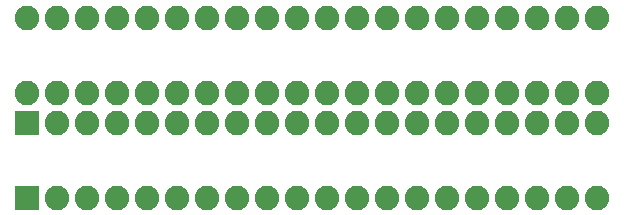
<source format=gbs>
G75*
%MOIN*%
%OFA0B0*%
%FSLAX25Y25*%
%IPPOS*%
%LPD*%
%AMOC8*
5,1,8,0,0,1.08239X$1,22.5*
%
%ADD10C,0.08200*%
%ADD11R,0.08200X0.08200*%
D10*
X0033000Y0006883D03*
X0043000Y0006883D03*
X0053000Y0006883D03*
X0063000Y0006883D03*
X0073000Y0006883D03*
X0083000Y0006883D03*
X0093000Y0006883D03*
X0103000Y0006883D03*
X0113000Y0006883D03*
X0123000Y0006883D03*
X0133000Y0006883D03*
X0143000Y0006883D03*
X0153000Y0006883D03*
X0163000Y0006883D03*
X0173000Y0006883D03*
X0183000Y0006883D03*
X0193000Y0006883D03*
X0203000Y0006883D03*
X0213000Y0006883D03*
X0213000Y0031633D03*
X0203000Y0031633D03*
X0193000Y0031633D03*
X0183000Y0031633D03*
X0173000Y0031633D03*
X0163000Y0031633D03*
X0153000Y0031633D03*
X0143000Y0031633D03*
X0133000Y0031633D03*
X0123000Y0031633D03*
X0113000Y0031633D03*
X0103000Y0031633D03*
X0093000Y0031633D03*
X0083000Y0031633D03*
X0073000Y0031633D03*
X0063000Y0031633D03*
X0053000Y0031633D03*
X0043000Y0031633D03*
X0033000Y0031633D03*
X0033000Y0041633D03*
X0043000Y0041633D03*
X0053000Y0041633D03*
X0063000Y0041633D03*
X0073000Y0041633D03*
X0083000Y0041633D03*
X0093000Y0041633D03*
X0103000Y0041633D03*
X0113000Y0041633D03*
X0123000Y0041633D03*
X0133000Y0041633D03*
X0143000Y0041633D03*
X0153000Y0041633D03*
X0163000Y0041633D03*
X0173000Y0041633D03*
X0183000Y0041633D03*
X0193000Y0041633D03*
X0203000Y0041633D03*
X0213000Y0041633D03*
X0213000Y0066883D03*
X0203000Y0066883D03*
X0193000Y0066883D03*
X0183000Y0066883D03*
X0173000Y0066883D03*
X0163000Y0066883D03*
X0153000Y0066883D03*
X0143000Y0066883D03*
X0133000Y0066883D03*
X0123000Y0066883D03*
X0113000Y0066883D03*
X0103000Y0066883D03*
X0093000Y0066883D03*
X0083000Y0066883D03*
X0073000Y0066883D03*
X0063000Y0066883D03*
X0053000Y0066883D03*
X0043000Y0066883D03*
X0033000Y0066883D03*
X0023000Y0066883D03*
X0023000Y0041633D03*
D11*
X0023000Y0006883D03*
X0023000Y0031633D03*
M02*

</source>
